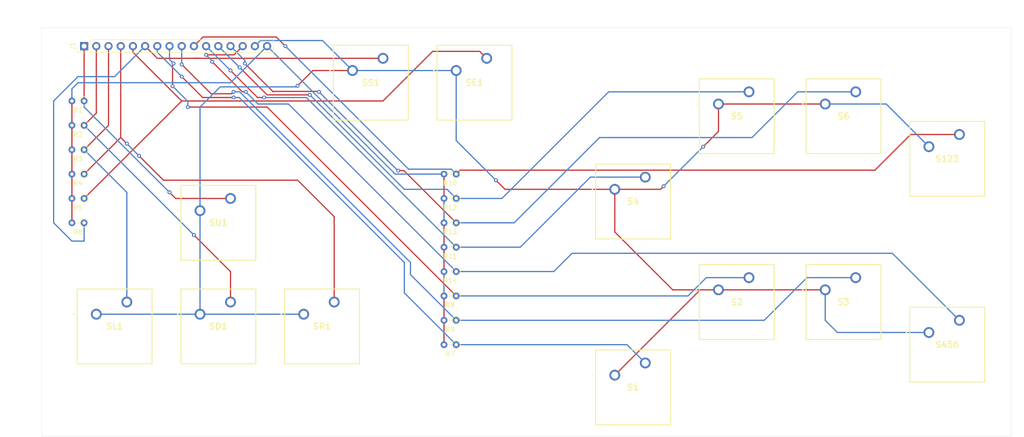
<source format=kicad_pcb>
(kicad_pcb (version 20211014) (generator pcbnew)
  (title_block (title "Fight Key PCB") (date "2021-09-22") (rev "1") (company "Dylan Turner"))
  (layers (0 "F.Cu" signal) (31 "B.Cu" signal) (34 "B.Paste" user) (35 "F.Paste" user) (36 "B.SilkS" user "B.Silkscreen") (37 "F.SilkS" user "F.Silkscreen") (38 "B.Mask" user) (39 "F.Mask" user) (44 "Edge.Cuts" user))
  (net 0 "")
  (net 1 "/GND")
  (net 2 "/VCC")
  (net 3 "/SHIFT")
  (net 4 "/ENTER")
  (net 5 "/RIGHT")
  (net 6 "/LEFT")
  (net 7 "/DOWN")
  (net 8 "/UP")
  (net 9 "/N2")
  (net 10 "/N1")
  (net 11 "/N3")
  (net 12 "/NPLUS")
  (net 13 "/N4")
  (net 14 "/N5")
  (net 15 "/N6")
  (net 16 "/NENTER")
  (footprint "Connector_PinHeader_2.54mm:PinHeader_1x16_P2.54mm_Vertical" (layer "F.Cu") (at 27.94 29.21 90)
    (fp_text reference "J1" (at 0 -2.33 90) (layer "F.SilkS"))
    (fp_text value "Conn_01x016_Male")
    (fp_line (start -1.33 1.27) (end -1.33 39.43) (layer "F.SilkS") (width 0.12))
    (fp_line (start -1.33 -1.33) (end 0 -1.33) (layer "F.SilkS") (width 0.12))
    (fp_line (start -1.33 39.43) (end 1.33 39.43) (layer "F.SilkS") (width 0.12))
    (fp_line (start -1.33 1.27) (end 1.33 1.27) (layer "F.SilkS") (width 0.12))
    (fp_line (start 1.33 1.27) (end 1.33 39.43) (layer "F.SilkS") (width 0.12))
    (fp_line (start -1.33 0) (end -1.33 -1.33) (layer "F.SilkS") (width 0.12))
    (pad "1" thru_hole rect locked (at 0 0 90) (size 1.7 1.7) (drill 1) (layers *.Cu *.Mask) (net 8 "/UP"))
    (pad "2" thru_hole oval locked (at 0 2.54 90) (size 1.7 1.7) (drill 1) (layers *.Cu *.Mask) (net 7 "/DOWN"))
    (pad "3" thru_hole oval locked (at 0 5.08 90) (size 1.7 1.7) (drill 1) (layers *.Cu *.Mask) (net 6 "/LEFT"))
    (pad "4" thru_hole oval locked (at 0 7.62 90) (size 1.7 1.7) (drill 1) (layers *.Cu *.Mask) (net 5 "/RIGHT"))
    (pad "5" thru_hole oval locked (at 0 10.16 90) (size 1.7 1.7) (drill 1) (layers *.Cu *.Mask) (net 4 "/ENTER"))
    (pad "6" thru_hole oval locked (at 0 12.7 90) (size 1.7 1.7) (drill 1) (layers *.Cu *.Mask) (net 3 "/SHIFT"))
    (pad "7" thru_hole oval locked (at 0 15.24 90) (size 1.7 1.7) (drill 1) (layers *.Cu *.Mask) (net 10 "/N1"))
    (pad "8" thru_hole oval locked (at 0 17.78 90) (size 1.7 1.7) (drill 1) (layers *.Cu *.Mask) (net 9 "/N2"))
    (pad "9" thru_hole oval locked (at 0 20.32 90) (size 1.7 1.7) (drill 1) (layers *.Cu *.Mask) (net 11 "/N3"))
    (pad "10" thru_hole oval locked (at 0 22.86 90) (size 1.7 1.7) (drill 1) (layers *.Cu *.Mask) (net 12 "/NPLUS"))
    (pad "11" thru_hole oval locked (at 0 25.4 90) (size 1.7 1.7) (drill 1) (layers *.Cu *.Mask) (net 13 "/N4"))
    (pad "12" thru_hole oval locked (at 0 27.94 90) (size 1.7 1.7) (drill 1) (layers *.Cu *.Mask) (net 14 "/N5"))
    (pad "13" thru_hole oval locked (at 0 30.48 90) (size 1.7 1.7) (drill 1) (layers *.Cu *.Mask) (net 15 "/N6"))
    (pad "14" thru_hole oval locked (at 0 33.02 90) (size 1.7 1.7) (drill 1) (layers *.Cu *.Mask) (net 16 "/NENTER"))
    (pad "15" thru_hole oval locked (at 0 35.56 90) (size 1.7 1.7) (drill 1) (layers *.Cu *.Mask) (net 2 "/VCC"))
    (pad "16" thru_hole oval locked (at 0 38.1 90) (size 1.7 1.7) (drill 1) (layers *.Cu *.Mask) (net 1 "/GND"))
  )
  (footprint "Resistor_THT:R_Axial_DIN0204_L3.6mm_D1.6mm_P2.54mm_Vertical" (layer "F.Cu") (at 27.94 40.64 180)
    (fp_text reference "R1" (at 1.27 -1.92) (layer "F.SilkS"))
    (fp_text value "R")
    (fp_line (start 0.92 0) (end 1.54 0) (layer "F.SilkS") (width 0.12))
    (fp_circle (center 0 0) (end 0.92 0) (layer "F.SilkS") (width 0.12) (fill none))
    (pad "1" thru_hole circle locked (at 0 0 180) (size 1.4 1.4) (drill 0.7) (layers *.Cu *.Mask) (net 8 "/UP"))
    (pad "2" thru_hole oval locked (at 2.54 0 180) (size 1.4 1.4) (drill 0.7) (layers *.Cu *.Mask) (net 1 "/GND"))
  )
  (footprint "Resistor_THT:R_Axial_DIN0204_L3.6mm_D1.6mm_P2.54mm_Vertical" (layer "F.Cu") (at 27.94 45.72 180)
    (fp_text reference "R2" (at 1.27 -1.92) (layer "F.SilkS"))
    (fp_text value "R")
    (fp_line (start 0.92 0) (end 1.54 0) (layer "F.SilkS") (width 0.12))
    (fp_circle (center 0 0) (end 0.92 0) (layer "F.SilkS") (width 0.12) (fill none))
    (pad "1" thru_hole circle locked (at 0 0 180) (size 1.4 1.4) (drill 0.7) (layers *.Cu *.Mask) (net 7 "/DOWN"))
    (pad "2" thru_hole oval locked (at 2.54 0 180) (size 1.4 1.4) (drill 0.7) (layers *.Cu *.Mask) (net 1 "/GND"))
  )
  (footprint "Resistor_THT:R_Axial_DIN0204_L3.6mm_D1.6mm_P2.54mm_Vertical" (layer "F.Cu") (at 27.94 50.8 180)
    (fp_text reference "R3" (at 1.27 -1.92) (layer "F.SilkS"))
    (fp_text value "R")
    (fp_line (start 0.92 0) (end 1.54 0) (layer "F.SilkS") (width 0.12))
    (fp_circle (center 0 0) (end 0.92 0) (layer "F.SilkS") (width 0.12) (fill none))
    (pad "1" thru_hole circle locked (at 0 0 180) (size 1.4 1.4) (drill 0.7) (layers *.Cu *.Mask) (net 6 "/LEFT"))
    (pad "2" thru_hole oval locked (at 2.54 0 180) (size 1.4 1.4) (drill 0.7) (layers *.Cu *.Mask) (net 1 "/GND"))
  )
  (footprint "Resistor_THT:R_Axial_DIN0204_L3.6mm_D1.6mm_P2.54mm_Vertical" (layer "F.Cu") (at 27.94 55.88 180)
    (fp_text reference "R4" (at 1.27 -1.92) (layer "F.SilkS"))
    (fp_text value "R")
    (fp_line (start 0.92 0) (end 1.54 0) (layer "F.SilkS") (width 0.12))
    (fp_circle (center 0 0) (end 0.92 0) (layer "F.SilkS") (width 0.12) (fill none))
    (pad "1" thru_hole circle locked (at 0 0 180) (size 1.4 1.4) (drill 0.7) (layers *.Cu *.Mask) (net 5 "/RIGHT"))
    (pad "2" thru_hole oval locked (at 2.54 0 180) (size 1.4 1.4) (drill 0.7) (layers *.Cu *.Mask) (net 1 "/GND"))
  )
  (footprint "Resistor_THT:R_Axial_DIN0204_L3.6mm_D1.6mm_P2.54mm_Vertical" (layer "F.Cu") (at 27.94 60.96 180)
    (fp_text reference "R5" (at 1.27 -1.92) (layer "F.SilkS"))
    (fp_text value "R")
    (fp_line (start 0.92 0) (end 1.54 0) (layer "F.SilkS") (width 0.12))
    (fp_circle (center 0 0) (end 0.92 0) (layer "F.SilkS") (width 0.12) (fill none))
    (pad "1" thru_hole circle locked (at 0 0 180) (size 1.4 1.4) (drill 0.7) (layers *.Cu *.Mask) (net 4 "/ENTER"))
    (pad "2" thru_hole oval locked (at 2.54 0 180) (size 1.4 1.4) (drill 0.7) (layers *.Cu *.Mask) (net 1 "/GND"))
  )
  (footprint "Resistor_THT:R_Axial_DIN0204_L3.6mm_D1.6mm_P2.54mm_Vertical" (layer "F.Cu") (at 27.94 66.04 180)
    (fp_text reference "R6" (at 1.27 -1.92) (layer "F.SilkS"))
    (fp_text value "R")
    (fp_line (start 0.92 0) (end 1.54 0) (layer "F.SilkS") (width 0.12))
    (fp_circle (center 0 0) (end 0.92 0) (layer "F.SilkS") (width 0.12) (fill none))
    (pad "1" thru_hole circle locked (at 0 0 180) (size 1.4 1.4) (drill 0.7) (layers *.Cu *.Mask) (net 3 "/SHIFT"))
    (pad "2" thru_hole oval locked (at 2.54 0 180) (size 1.4 1.4) (drill 0.7) (layers *.Cu *.Mask) (net 1 "/GND"))
  )
  (footprint "ECAD:MX1AE1NW" (layer "F.Cu") (at 52.07 85.09)
    (fp_text reference "SD1" (at 3.81 2.54) (layer "F.SilkS") (effects (font (size 1.27 1.27) (thickness 0.254))))
    (fp_text value "MX1A-E1NW" hide)
    (fp_line (start 11.61 10.34) (end 11.61 -5.26) (layer "F.SilkS") (width 0.2))
    (fp_line (start -3.99 10.34) (end 11.61 10.34) (layer "F.SilkS") (width 0.2))
    (fp_line (start -4.7 0) (end -4.7 0) (layer "F.SilkS") (width 0.2))
    (fp_line (start -4.6 0) (end -4.6 0) (layer "F.SilkS") (width 0.2))
    (fp_line (start -3.99 -5.26) (end -3.99 10.34) (layer "F.SilkS") (width 0.2))
    (fp_line (start 11.61 -5.26) (end -3.99 -5.26) (layer "F.SilkS") (width 0.2))
    (fp_line (start -4.7 0) (end -4.7 0) (layer "F.SilkS") (width 0.2))
    (fp_arc (start -4.6 0) (mid -4.65 0.05) (end -4.7 0) (layer "F.SilkS") (width 0.2))
    (fp_arc (start -4.7 0) (mid -4.65 -0.05) (end -4.6 0) (layer "F.SilkS") (width 0.2))
    (fp_arc (start -4.6 0) (mid -4.65 0.05) (end -4.7 0) (layer "F.SilkS") (width 0.2))
    (pad "" np_thru_hole circle locked (at 3.81 2.54) (size 3.9878 0) (drill 3.9878) (layers *.Cu *.Mask))
    (pad "1" thru_hole circle locked (at 0 0) (size 2.248 2.248) (drill 1.4986) (layers *.Cu *.Mask) (net 2 "/VCC"))
    (pad "2" thru_hole circle locked (at 6.35 -2.54) (size 2.248 2.248) (drill 1.4986) (layers *.Cu *.Mask) (net 7 "/DOWN"))
  )
  (footprint "ECAD:MX1AE1NW" (layer "F.Cu") (at 105.41 34.29)
    (fp_text reference "SE1" (at 3.81 2.54) (layer "F.SilkS") (effects (font (size 1.27 1.27) (thickness 0.254))))
    (fp_text value "MX1A-E1NW" hide)
    (fp_line (start -4.7 0) (end -4.7 0) (layer "F.SilkS") (width 0.2))
    (fp_line (start -4.7 0) (end -4.7 0) (layer "F.SilkS") (width 0.2))
    (fp_line (start -3.99 10.34) (end 11.61 10.34) (layer "F.SilkS") (width 0.2))
    (fp_line (start 11.61 10.34) (end 11.61 -5.26) (layer "F.SilkS") (width 0.2))
    (fp_line (start -3.99 -5.26) (end -3.99 10.34) (layer "F.SilkS") (width 0.2))
    (fp_line (start 11.61 -5.26) (end -3.99 -5.26) (layer "F.SilkS") (width 0.2))
    (fp_line (start -4.6 0) (end -4.6 0) (layer "F.SilkS") (width 0.2))
    (fp_arc (start -4.7 0) (mid -4.65 -0.05) (end -4.6 0) (layer "F.SilkS") (width 0.2))
    (fp_arc (start -4.6 0) (mid -4.65 0.05) (end -4.7 0) (layer "F.SilkS") (width 0.2))
    (fp_arc (start -4.6 0) (mid -4.65 0.05) (end -4.7 0) (layer "F.SilkS") (width 0.2))
    (pad "" np_thru_hole circle locked (at 3.81 2.54) (size 3.9878 0) (drill 3.9878) (layers *.Cu *.Mask))
    (pad "1" thru_hole circle locked (at 0 0) (size 2.248 2.248) (drill 1.4986) (layers *.Cu *.Mask) (net 2 "/VCC"))
    (pad "2" thru_hole circle locked (at 6.35 -2.54) (size 2.248 2.248) (drill 1.4986) (layers *.Cu *.Mask) (net 4 "/ENTER"))
  )
  (footprint "ECAD:MX1AE1NW" (layer "F.Cu") (at 30.48 85.09)
    (fp_text reference "SL1" (at 3.81 2.54) (layer "F.SilkS") (effects (font (size 1.27 1.27) (thickness 0.254))))
    (fp_text value "MX1A-E1NW" hide)
    (fp_line (start 11.61 10.34) (end 11.61 -5.26) (layer "F.SilkS") (width 0.2))
    (fp_line (start -4.6 0) (end -4.6 0) (layer "F.SilkS") (width 0.2))
    (fp_line (start -3.99 10.34) (end 11.61 10.34) (layer "F.SilkS") (width 0.2))
    (fp_line (start -4.7 0) (end -4.7 0) (layer "F.SilkS") (width 0.2))
    (fp_line (start -3.99 -5.26) (end -3.99 10.34) (layer "F.SilkS") (width 0.2))
    (fp_line (start -4.7 0) (end -4.7 0) (layer "F.SilkS") (width 0.2))
    (fp_line (start 11.61 -5.26) (end -3.99 -5.26) (layer "F.SilkS") (width 0.2))
    (fp_arc (start -4.6 0) (mid -4.65 0.05) (end -4.7 0) (layer "F.SilkS") (width 0.2))
    (fp_arc (start -4.7 0) (mid -4.65 -0.05) (end -4.6 0) (layer "F.SilkS") (width 0.2))
    (fp_arc (start -4.6 0) (mid -4.65 0.05) (end -4.7 0) (layer "F.SilkS") (width 0.2))
    (pad "" np_thru_hole circle locked (at 3.81 2.54) (size 3.9878 0) (drill 3.9878) (layers *.Cu *.Mask))
    (pad "1" thru_hole circle locked (at 0 0) (size 2.248 2.248) (drill 1.4986) (layers *.Cu *.Mask) (net 2 "/VCC"))
    (pad "2" thru_hole circle locked (at 6.35 -2.54) (size 2.248 2.248) (drill 1.4986) (layers *.Cu *.Mask) (net 6 "/LEFT"))
  )
  (footprint "ECAD:MX1AE1NW" (layer "F.Cu") (at 73.66 85.09)
    (fp_text reference "SR1" (at 3.81 2.54) (layer "F.SilkS") (effects (font (size 1.27 1.27) (thickness 0.254))))
    (fp_text value "MX1A-E1NW" hide)
    (fp_line (start 11.61 -5.26) (end -3.99 -5.26) (layer "F.SilkS") (width 0.2))
    (fp_line (start -3.99 -5.26) (end -3.99 10.34) (layer "F.SilkS") (width 0.2))
    (fp_line (start -4.6 0) (end -4.6 0) (layer "F.SilkS") (width 0.2))
    (fp_line (start -4.7 0) (end -4.7 0) (layer "F.SilkS") (width 0.2))
    (fp_line (start -4.7 0) (end -4.7 0) (layer "F.SilkS") (width 0.2))
    (fp_line (start -3.99 10.34) (end 11.61 10.34) (layer "F.SilkS") (width 0.2))
    (fp_line (start 11.61 10.34) (end 11.61 -5.26) (layer "F.SilkS") (width 0.2))
    (fp_arc (start -4.6 0) (mid -4.65 0.05) (end -4.7 0) (layer "F.SilkS") (width 0.2))
    (fp_arc (start -4.7 0) (mid -4.65 -0.05) (end -4.6 0) (layer "F.SilkS") (width 0.2))
    (fp_arc (start -4.6 0) (mid -4.65 0.05) (end -4.7 0) (layer "F.SilkS") (width 0.2))
    (pad "" np_thru_hole circle locked (at 3.81 2.54) (size 3.9878 0) (drill 3.9878) (layers *.Cu *.Mask))
    (pad "1" thru_hole circle locked (at 0 0) (size 2.248 2.248) (drill 1.4986) (layers *.Cu *.Mask) (net 2 "/VCC"))
    (pad "2" thru_hole circle locked (at 6.35 -2.54) (size 2.248 2.248) (drill 1.4986) (layers *.Cu *.Mask) (net 5 "/RIGHT"))
  )
  (footprint "ECAD:MX1AE1NW" (layer "F.Cu") (at 83.82 34.29)
    (fp_text reference "SS1" (at 3.81 2.54) (layer "F.SilkS") (effects (font (size 1.27 1.27) (thickness 0.254))))
    (fp_text value "MX1A-E1NW" hide)
    (fp_line (start -4.6 0) (end -4.6 0) (layer "F.SilkS") (width 0.2))
    (fp_line (start 11.61 -5.26) (end -3.99 -5.26) (layer "F.SilkS") (width 0.2))
    (fp_line (start -3.99 10.34) (end 11.61 10.34) (layer "F.SilkS") (width 0.2))
    (fp_line (start 11.61 10.34) (end 11.61 -5.26) (layer "F.SilkS") (width 0.2))
    (fp_line (start -4.7 0) (end -4.7 0) (layer "F.SilkS") (width 0.2))
    (fp_line (start -4.7 0) (end -4.7 0) (layer "F.SilkS") (width 0.2))
    (fp_line (start -3.99 -5.26) (end -3.99 10.34) (layer "F.SilkS") (width 0.2))
    (fp_arc (start -4.6 0) (mid -4.65 0.05) (end -4.7 0) (layer "F.SilkS") (width 0.2))
    (fp_arc (start -4.6 0) (mid -4.65 0.05) (end -4.7 0) (layer "F.SilkS") (width 0.2))
    (fp_arc (start -4.7 0) (mid -4.65 -0.05) (end -4.6 0) (layer "F.SilkS") (width 0.2))
    (pad "" np_thru_hole circle locked (at 3.81 2.54) (size 3.9878 0) (drill 3.9878) (layers *.Cu *.Mask))
    (pad "1" thru_hole circle locked (at 0 0) (size 2.248 2.248) (drill 1.4986) (layers *.Cu *.Mask) (net 2 "/VCC"))
    (pad "2" thru_hole circle locked (at 6.35 -2.54) (size 2.248 2.248) (drill 1.4986) (layers *.Cu *.Mask) (net 3 "/SHIFT"))
  )
  (footprint "ECAD:MX1AE1NW" (layer "F.Cu") (at 52.07 63.5)
    (fp_text reference "SU1" (at 3.81 2.54) (layer "F.SilkS") (effects (font (size 1.27 1.27) (thickness 0.254))))
    (fp_text value "MX1A-E1NW" hide)
    (fp_line (start 11.61 -5.26) (end -3.99 -5.26) (layer "F.SilkS") (width 0.2))
    (fp_line (start -3.99 -5.26) (end -3.99 10.34) (layer "F.SilkS") (width 0.2))
    (fp_line (start -3.99 10.34) (end 11.61 10.34) (layer "F.SilkS") (width 0.2))
    (fp_line (start -4.7 0) (end -4.7 0) (layer "F.SilkS") (width 0.2))
    (fp_line (start -4.7 0) (end -4.7 0) (layer "F.SilkS") (width 0.2))
    (fp_line (start 11.61 10.34) (end 11.61 -5.26) (layer "F.SilkS") (width 0.2))
    (fp_line (start -4.6 0) (end -4.6 0) (layer "F.SilkS") (width 0.2))
    (fp_arc (start -4.7 0) (mid -4.65 -0.05) (end -4.6 0) (layer "F.SilkS") (width 0.2))
    (fp_arc (start -4.6 0) (mid -4.65 0.05) (end -4.7 0) (layer "F.SilkS") (width 0.2))
    (fp_arc (start -4.6 0) (mid -4.65 0.05) (end -4.7 0) (layer "F.SilkS") (width 0.2))
    (pad "" np_thru_hole circle locked (at 3.81 2.54) (size 3.9878 0) (drill 3.9878) (layers *.Cu *.Mask))
    (pad "1" thru_hole circle locked (at 0 0) (size 2.248 2.248) (drill 1.4986) (layers *.Cu *.Mask) (net 2 "/VCC"))
    (pad "2" thru_hole circle locked (at 6.35 -2.54) (size 2.248 2.248) (drill 1.4986) (layers *.Cu *.Mask) (net 8 "/UP"))
  )
  (footprint "Resistor_THT:R_Axial_DIN0204_L3.6mm_D1.6mm_P2.54mm_Vertical" (layer "F.Cu") (at 105.41 91.44 180)
    (fp_text reference "R7" (at 1.27 -1.92) (layer "F.SilkS"))
    (fp_text value "R")
    (fp_line (start 0.92 0) (end 1.54 0) (layer "F.SilkS") (width 0.12))
    (fp_circle (center 0 0) (end 0.92 0) (layer "F.SilkS") (width 0.12) (fill none))
    (pad "1" thru_hole circle locked (at 0 0 180) (size 1.4 1.4) (drill 0.7) (layers *.Cu *.Mask) (net 10 "/N1"))
    (pad "2" thru_hole oval locked (at 2.54 0 180) (size 1.4 1.4) (drill 0.7) (layers *.Cu *.Mask) (net 1 "/GND"))
  )
  (footprint "Resistor_THT:R_Axial_DIN0204_L3.6mm_D1.6mm_P2.54mm_Vertical" (layer "F.Cu") (at 105.41 81.28 180)
    (fp_text reference "R8" (at 1.27 -1.92) (layer "F.SilkS"))
    (fp_text value "R")
    (fp_line (start 0.92 0) (end 1.54 0) (layer "F.SilkS") (width 0.12))
    (fp_circle (center 0 0) (end 0.92 0) (layer "F.SilkS") (width 0.12) (fill none))
    (pad "1" thru_hole circle locked (at 0 0 180) (size 1.4 1.4) (drill 0.7) (layers *.Cu *.Mask) (net 9 "/N2"))
    (pad "2" thru_hole oval locked (at 2.54 0 180) (size 1.4 1.4) (drill 0.7) (layers *.Cu *.Mask) (net 1 "/GND"))
  )
  (footprint "Resistor_THT:R_Axial_DIN0204_L3.6mm_D1.6mm_P2.54mm_Vertical" (layer "F.Cu") (at 105.41 86.36 180)
    (fp_text reference "R9" (at 1.27 -1.92) (layer "F.SilkS"))
    (fp_text value "R")
    (fp_line (start 0.92 0) (end 1.54 0) (layer "F.SilkS") (width 0.12))
    (fp_circle (center 0 0) (end 0.92 0) (layer "F.SilkS") (width 0.12) (fill none))
    (pad "1" thru_hole circle locked (at 0 0 180) (size 1.4 1.4) (drill 0.7) (layers *.Cu *.Mask) (net 11 "/N3"))
    (pad "2" thru_hole oval locked (at 2.54 0 180) (size 1.4 1.4) (drill 0.7) (layers *.Cu *.Mask) (net 1 "/GND"))
  )
  (footprint "Resistor_THT:R_Axial_DIN0204_L3.6mm_D1.6mm_P2.54mm_Vertical" (layer "F.Cu") (at 105.41 55.88 180)
    (fp_text reference "R10" (at 1.27 -1.92) (layer "F.SilkS"))
    (fp_text value "R")
    (fp_line (start 0.92 0) (end 1.54 0) (layer "F.SilkS") (width 0.12))
    (fp_circle (center 0 0) (end 0.92 0) (layer "F.SilkS") (width 0.12) (fill none))
    (pad "1" thru_hole circle locked (at 0 0 180) (size 1.4 1.4) (drill 0.7) (layers *.Cu *.Mask) (net 12 "/NPLUS"))
    (pad "2" thru_hole oval locked (at 2.54 0 180) (size 1.4 1.4) (drill 0.7) (layers *.Cu *.Mask) (net 1 "/GND"))
  )
  (footprint "Resistor_THT:R_Axial_DIN0204_L3.6mm_D1.6mm_P2.54mm_Vertical" (layer "F.Cu") (at 105.41 71.12 180)
    (fp_text reference "R11" (at 1.27 -1.92) (layer "F.SilkS"))
    (fp_text value "R")
    (fp_line (start 0.92 0) (end 1.54 0) (layer "F.SilkS") (width 0.12))
    (fp_circle (center 0 0) (end 0.92 0) (layer "F.SilkS") (width 0.12) (fill none))
    (pad "1" thru_hole circle locked (at 0 0 180) (size 1.4 1.4) (drill 0.7) (layers *.Cu *.Mask) (net 13 "/N4"))
    (pad "2" thru_hole oval locked (at 2.54 0 180) (size 1.4 1.4) (drill 0.7) (layers *.Cu *.Mask) (net 1 "/GND"))
  )
  (footprint "Resistor_THT:R_Axial_DIN0204_L3.6mm_D1.6mm_P2.54mm_Vertical" (layer "F.Cu") (at 105.41 60.96 180)
    (fp_text reference "R12" (at 1.27 -1.92) (layer "F.SilkS"))
    (fp_text value "R")
    (fp_line (start 0.92 0) (end 1.54 0) (layer "F.SilkS") (width 0.12))
    (fp_circle (center 0 0) (end 0.92 0) (layer "F.SilkS") (width 0.12) (fill none))
    (pad "1" thru_hole circle locked (at 0 0 180) (size 1.4 1.4) (drill 0.7) (layers *.Cu *.Mask) (net 14 "/N5"))
    (pad "2" thru_hole oval locked (at 2.54 0 180) (size 1.4 1.4) (drill 0.7) (layers *.Cu *.Mask) (net 1 "/GND"))
  )
  (footprint "Resistor_THT:R_Axial_DIN0204_L3.6mm_D1.6mm_P2.54mm_Vertical" (layer "F.Cu") (at 105.41 66.04 180)
    (fp_text reference "R13" (at 1.27 -1.92) (layer "F.SilkS"))
    (fp_text value "R")
    (fp_line (start 0.92 0) (end 1.54 0) (layer "F.SilkS") (width 0.12))
    (fp_circle (center 0 0) (end 0.92 0) (layer "F.SilkS") (width 0.12) (fill none))
    (pad "1" thru_hole circle locked (at 0 0 180) (size 1.4 1.4) (drill 0.7) (layers *.Cu *.Mask) (net 15 "/N6"))
    (pad "2" thru_hole oval locked (at 2.54 0 180) (size 1.4 1.4) (drill 0.7) (layers *.Cu *.Mask) (net 1 "/GND"))
  )
  (footprint "Resistor_THT:R_Axial_DIN0204_L3.6mm_D1.6mm_P2.54mm_Vertical" (layer "F.Cu") (at 105.41 76.2 180)
    (fp_text reference "R14" (at 1.27 -1.92) (layer "F.SilkS"))
    (fp_text value "R")
    (fp_line (start 0.92 0) (end 1.54 0) (layer "F.SilkS") (width 0.12))
    (fp_circle (center 0 0) (end 0.92 0) (layer "F.SilkS") (width 0.12) (fill none))
    (pad "1" thru_hole circle locked (at 0 0 180) (size 1.4 1.4) (drill 0.7) (layers *.Cu *.Mask) (net 16 "/NENTER"))
    (pad "2" thru_hole oval locked (at 2.54 0 180) (size 1.4 1.4) (drill 0.7) (layers *.Cu *.Mask) (net 1 "/GND"))
  )
  (footprint "ECAD:MX1AE1NW" (layer "F.Cu") (at 138.43 97.79)
    (fp_text reference "S1" (at 3.81 2.54) (layer "F.SilkS") (effects (font (size 1.27 1.27) (thickness 0.254))))
    (fp_text value "MX1A-E1NW" hide)
    (fp_line (start -4.6 0) (end -4.6 0) (layer "F.SilkS") (width 0.2))
    (fp_line (start -4.7 0) (end -4.7 0) (layer "F.SilkS") (width 0.2))
    (fp_line (start 11.61 -5.26) (end -3.99 -5.26) (layer "F.SilkS") (width 0.2))
    (fp_line (start -4.7 0) (end -4.7 0) (layer "F.SilkS") (width 0.2))
    (fp_line (start -3.99 10.34) (end 11.61 10.34) (layer "F.SilkS") (width 0.2))
    (fp_line (start 11.61 10.34) (end 11.61 -5.26) (layer "F.SilkS") (width 0.2))
    (fp_line (start -3.99 -5.26) (end -3.99 10.34) (layer "F.SilkS") (width 0.2))
    (fp_arc (start -4.6 0) (mid -4.65 0.05) (end -4.7 0) (layer "F.SilkS") (width 0.2))
    (fp_arc (start -4.6 0) (mid -4.65 0.05) (end -4.7 0) (layer "F.SilkS") (width 0.2))
    (fp_arc (start -4.7 0) (mid -4.65 -0.05) (end -4.6 0) (layer "F.SilkS") (width 0.2))
    (pad "" np_thru_hole circle locked (at 3.81 2.54) (size 3.9878 0) (drill 3.9878) (layers *.Cu *.Mask))
    (pad "1" thru_hole circle locked (at 0 0) (size 2.248 2.248) (drill 1.4986) (layers *.Cu *.Mask) (net 2 "/VCC"))
    (pad "2" thru_hole circle locked (at 6.35 -2.54) (size 2.248 2.248) (drill 1.4986) (layers *.Cu *.Mask) (net 10 "/N1"))
  )
  (footprint "ECAD:MX1AE1NW" (layer "F.Cu") (at 160.02 80.01)
    (fp_text reference "S2" (at 3.81 2.54) (layer "F.SilkS") (effects (font (size 1.27 1.27) (thickness 0.254))))
    (fp_text value "MX1A-E1NW" hide)
    (fp_line (start 11.61 -5.26) (end -3.99 -5.26) (layer "F.SilkS") (width 0.2))
    (fp_line (start -4.7 0) (end -4.7 0) (layer "F.SilkS") (width 0.2))
    (fp_line (start -3.99 10.34) (end 11.61 10.34) (layer "F.SilkS") (width 0.2))
    (fp_line (start -4.7 0) (end -4.7 0) (layer "F.SilkS") (width 0.2))
    (fp_line (start 11.61 10.34) (end 11.61 -5.26) (layer "F.SilkS") (width 0.2))
    (fp_line (start -4.6 0) (end -4.6 0) (layer "F.SilkS") (width 0.2))
    (fp_line (start -3.99 -5.26) (end -3.99 10.34) (layer "F.SilkS") (width 0.2))
    (fp_arc (start -4.6 0) (mid -4.65 0.05) (end -4.7 0) (layer "F.SilkS") (width 0.2))
    (fp_arc (start -4.7 0) (mid -4.65 -0.05) (end -4.6 0) (layer "F.SilkS") (width 0.2))
    (fp_arc (start -4.6 0) (mid -4.65 0.05) (end -4.7 0) (layer "F.SilkS") (width 0.2))
    (pad "" np_thru_hole circle locked (at 3.81 2.54) (size 3.9878 0) (drill 3.9878) (layers *.Cu *.Mask))
    (pad "1" thru_hole circle locked (at 0 0) (size 2.248 2.248) (drill 1.4986) (layers *.Cu *.Mask) (net 2 "/VCC"))
    (pad "2" thru_hole circle locked (at 6.35 -2.54) (size 2.248 2.248) (drill 1.4986) (layers *.Cu *.Mask) (net 9 "/N2"))
  )
  (footprint "ECAD:MX1AE1NW" (layer "F.Cu") (at 182.245 80.01)
    (fp_text reference "S3" (at 3.81 2.54) (layer "F.SilkS") (effects (font (size 1.27 1.27) (thickness 0.254))))
    (fp_text value "MX1A-E1NW" hide)
    (fp_line (start -3.99 10.34) (end 11.61 10.34) (layer "F.SilkS") (width 0.2))
    (fp_line (start 11.61 10.34) (end 11.61 -5.26) (layer "F.SilkS") (width 0.2))
    (fp_line (start -4.6 0) (end -4.6 0) (layer "F.SilkS") (width 0.2))
    (fp_line (start -4.7 0) (end -4.7 0) (layer "F.SilkS") (width 0.2))
    (fp_line (start -4.7 0) (end -4.7 0) (layer "F.SilkS") (width 0.2))
    (fp_line (start -3.99 -5.26) (end -3.99 10.34) (layer "F.SilkS") (width 0.2))
    (fp_line (start 11.61 -5.26) (end -3.99 -5.26) (layer "F.SilkS") (width 0.2))
    (fp_arc (start -4.6 0) (mid -4.65 0.05) (end -4.7 0) (layer "F.SilkS") (width 0.2))
    (fp_arc (start -4.6 0) (mid -4.65 0.05) (end -4.7 0) (layer "F.SilkS") (width 0.2))
    (fp_arc (start -4.7 0) (mid -4.65 -0.05) (end -4.6 0) (layer "F.SilkS") (width 0.2))
    (pad "" np_thru_hole circle locked (at 3.81 2.54) (size 3.9878 0) (drill 3.9878) (layers *.Cu *.Mask))
    (pad "1" thru_hole circle locked (at 0 0) (size 2.248 2.248) (drill 1.4986) (layers *.Cu *.Mask) (net 2 "/VCC"))
    (pad "2" thru_hole circle locked (at 6.35 -2.54) (size 2.248 2.248) (drill 1.4986) (layers *.Cu *.Mask) (net 11 "/N3"))
  )
  (footprint "ECAD:MX1AE1NW" (layer "F.Cu") (at 138.43 59.055)
    (fp_text reference "S4" (at 3.81 2.54) (layer "F.SilkS") (effects (font (size 1.27 1.27) (thickness 0.254))))
    (fp_text value "MX1A-E1NW" hide)
    (fp_line (start -4.6 0) (end -4.6 0) (layer "F.SilkS") (width 0.2))
    (fp_line (start 11.61 10.34) (end 11.61 -5.26) (layer "F.SilkS") (width 0.2))
    (fp_line (start 11.61 -5.26) (end -3.99 -5.26) (layer "F.SilkS") (width 0.2))
    (fp_line (start -3.99 10.34) (end 11.61 10.34) (layer "F.SilkS") (width 0.2))
    (fp_line (start -4.7 0) (end -4.7 0) (layer "F.SilkS") (width 0.2))
    (fp_line (start -4.7 0) (end -4.7 0) (layer "F.SilkS") (width 0.2))
    (fp_line (start -3.99 -5.26) (end -3.99 10.34) (layer "F.SilkS") (width 0.2))
    (fp_arc (start -4.7 0) (mid -4.65 -0.05) (end -4.6 0) (layer "F.SilkS") (width 0.2))
    (fp_arc (start -4.6 0) (mid -4.65 0.05) (end -4.7 0) (layer "F.SilkS") (width 0.2))
    (fp_arc (start -4.6 0) (mid -4.65 0.05) (end -4.7 0) (layer "F.SilkS") (width 0.2))
    (pad "" np_thru_hole circle locked (at 3.81 2.54) (size 3.9878 0) (drill 3.9878) (layers *.Cu *.Mask))
    (pad "1" thru_hole circle locked (at 0 0) (size 2.248 2.248) (drill 1.4986) (layers *.Cu *.Mask) (net 2 "/VCC"))
    (pad "2" thru_hole circle locked (at 6.35 -2.54) (size 2.248 2.248) (drill 1.4986) (layers *.Cu *.Mask) (net 13 "/N4"))
  )
  (footprint "ECAD:MX1AE1NW" (layer "F.Cu") (at 160.02 41.275)
    (fp_text reference "S5" (at 3.81 2.54) (layer "F.SilkS") (effects (font (size 1.27 1.27) (thickness 0.254))))
    (fp_text value "MX1A-E1NW" hide)
    (fp_line (start -4.6 0) (end -4.6 0) (layer "F.SilkS") (width 0.2))
    (fp_line (start 11.61 -5.26) (end -3.99 -5.26) (layer "F.SilkS") (width 0.2))
    (fp_line (start -3.99 -5.26) (end -3.99 10.34) (layer "F.SilkS") (width 0.2))
    (fp_line (start -3.99 10.34) (end 11.61 10.34) (layer "F.SilkS") (width 0.2))
    (fp_line (start -4.7 0) (end -4.7 0) (layer "F.SilkS") (width 0.2))
    (fp_line (start -4.7 0) (end -4.7 0) (layer "F.SilkS") (width 0.2))
    (fp_line (start 11.61 10.34) (end 11.61 -5.26) (layer "F.SilkS") (width 0.2))
    (fp_arc (start -4.6 0) (mid -4.65 0.05) (end -4.7 0) (layer "F.SilkS") (width 0.2))
    (fp_arc (start -4.7 0) (mid -4.65 -0.05) (end -4.6 0) (layer "F.SilkS") (width 0.2))
    (fp_arc (start -4.6 0) (mid -4.65 0.05) (end -4.7 0) (layer "F.SilkS") (width 0.2))
    (pad "" np_thru_hole circle locked (at 3.81 2.54) (size 3.9878 0) (drill 3.9878) (layers *.Cu *.Mask))
    (pad "1" thru_hole circle locked (at 0 0) (size 2.248 2.248) (drill 1.4986) (layers *.Cu *.Mask) (net 2 "/VCC"))
    (pad "2" thru_hole circle locked (at 6.35 -2.54) (size 2.248 2.248) (drill 1.4986) (layers *.Cu *.Mask) (net 14 "/N5"))
  )
  (footprint "ECAD:MX1AE1NW" (layer "F.Cu") (at 182.245 41.275)
    (fp_text reference "S6" (at 3.81 2.54) (layer "F.SilkS") (effects (font (size 1.27 1.27) (thickness 0.254))))
    (fp_text value "MX1A-E1NW" hide)
    (fp_line (start 11.61 -5.26) (end -3.99 -5.26) (layer "F.SilkS") (width 0.2))
    (fp_line (start -4.7 0) (end -4.7 0) (layer "F.SilkS") (width 0.2))
    (fp_line (start 11.61 10.34) (end 11.61 -5.26) (layer "F.SilkS") (width 0.2))
    (fp_line (start -3.99 -5.26) (end -3.99 10.34) (layer "F.SilkS") (width 0.2))
    (fp_line (start -4.6 0) (end -4.6 0) (layer "F.SilkS") (width 0.2))
    (fp_line (start -4.7 0) (end -4.7 0) (layer "F.SilkS") (width 0.2))
    (fp_line (start -3.99 10.34) (end 11.61 10.34) (layer "F.SilkS") (width 0.2))
    (fp_arc (start -4.6 0) (mid -4.65 0.05) (end -4.7 0) (layer "F.SilkS") (width 0.2))
    (fp_arc (start -4.6 0) (mid -4.65 0.05) (end -4.7 0) (layer "F.SilkS") (width 0.2))
    (fp_arc (start -4.7 0) (mid -4.65 -0.05) (end -4.6 0) (layer "F.SilkS") (width 0.2))
    (pad "" np_thru_hole circle locked (at 3.81 2.54) (size 3.9878 0) (drill 3.9878) (layers *.Cu *.Mask))
    (pad "1" thru_hole circle locked (at 0 0) (size 2.248 2.248) (drill 1.4986) (layers *.Cu *.Mask) (net 2 "/VCC"))
    (pad "2" thru_hole circle locked (at 6.35 -2.54) (size 2.248 2.248) (drill 1.4986) (layers *.Cu *.Mask) (net 15 "/N6"))
  )
  (footprint "ECAD:MX1AE1NW" (layer "F.Cu") (at 203.835 50.165)
    (fp_text reference "S123" (at 3.81 2.54) (layer "F.SilkS") (effects (font (size 1.27 1.27) (thickness 0.254))))
    (fp_text value "MX1A-E1NW" hide)
    (fp_line (start -4.7 0) (end -4.7 0) (layer "F.SilkS") (width 0.2))
    (fp_line (start 11.61 -5.26) (end -3.99 -5.26) (layer "F.SilkS") (width 0.2))
    (fp_line (start 11.61 10.34) (end 11.61 -5.26) (layer "F.SilkS") (width 0.2))
    (fp_line (start -3.99 10.34) (end 11.61 10.34) (layer "F.SilkS") (width 0.2))
    (fp_line (start -4.6 0) (end -4.6 0) (layer "F.SilkS") (width 0.2))
    (fp_line (start -4.7 0) (end -4.7 0) (layer "F.SilkS") (width 0.2))
    (fp_line (start -3.99 -5.26) (end -3.99 10.34) (layer "F.SilkS") (width 0.2))
    (fp_arc (start -4.7 0) (mid -4.65 -0.05) (end -4.6 0) (layer "F.SilkS") (width 0.2))
    (fp_arc (start -4.6 0) (mid -4.65 0.05) (end -4.7 0) (layer "F.SilkS") (width 0.2))
    (fp_arc (start -4.6 0) (mid -4.65 0.05) (end -4.7 0) (layer "F.SilkS") (width 0.2))
    (pad "" np_thru_hole circle locked (at 3.81 2.54) (size 3.9878 0) (drill 3.9878) (layers *.Cu *.Mask))
    (pad "1" thru_hole circle locked (at 0 0) (size 2.248 2.248) (drill 1.4986) (layers *.Cu *.Mask) (net 2 "/VCC"))
    (pad "2" thru_hole circle locked (at 6.35 -2.54) (size 2.248 2.248) (drill 1.4986) (layers *.Cu *.Mask) (net 12 "/NPLUS"))
  )
  (footprint "ECAD:MX1AE1NW" (layer "F.Cu") (at 203.835 88.9)
    (fp_text reference "S456" (at 3.81 2.54) (layer "F.SilkS") (effects (font (size 1.27 1.27) (thickness 0.254))))
    (fp_text value "MX1A-E1NW" hide)
    (fp_line (start -3.99 10.34) (end 11.61 10.34) (layer "F.SilkS") (width 0.2))
    (fp_line (start -4.7 0) (end -4.7 0) (layer "F.SilkS") (width 0.2))
    (fp_line (start -3.99 -5.26) (end -3.99 10.34) (layer "F.SilkS") (width 0.2))
    (fp_line (start -4.6 0) (end -4.6 0) (layer "F.SilkS") (width 0.2))
    (fp_line (start -4.7 0) (end -4.7 0) (layer "F.SilkS") (width 0.2))
    (fp_line (start 11.61 10.34) (end 11.61 -5.26) (layer "F.SilkS") (width 0.2))
    (fp_line (start 11.61 -5.26) (end -3.99 -5.26) (layer "F.SilkS") (width 0.2))
    (fp_arc (start -4.6 0) (mid -4.65 0.05) (end -4.7 0) (layer "F.SilkS") (width 0.2))
    (fp_arc (start -4.6 0) (mid -4.65 0.05) (end -4.7 0) (layer "F.SilkS") (width 0.2))
    (fp_arc (start -4.7 0) (mid -4.65 -0.05) (end -4.6 0) (layer "F.SilkS") (width 0.2))
    (pad "" np_thru_hole circle locked (at 3.81 2.54) (size 3.9878 0) (drill 3.9878) (layers *.Cu *.Mask))
    (pad "1" thru_hole circle locked (at 0 0) (size 2.248 2.248) (drill 1.4986) (layers *.Cu *.Mask) (net 2 "/VCC"))
    (pad "2" thru_hole circle locked (at 6.35 -2.54) (size 2.248 2.248) (drill 1.4986) (layers *.Cu *.Mask) (net 16 "/NENTER"))
  )
  (gr_line (start 19.05 110.49) (end 19.05 97.79) (layer "Edge.Cuts") (width 0.05))
  (gr_line (start 220.98 109.22) (end 220.98 110.49) (layer "Edge.Cuts") (width 0.05))
  (gr_line (start 220.98 110.49) (end 19.05 110.49) (layer "Edge.Cuts") (width 0.05))
  (gr_line (start 220.98 25.4) (end 220.98 109.22) (layer "Edge.Cuts") (width 0.05))
  (gr_line (start 19.05 97.79) (end 19.05 25.4) (layer "Edge.Cuts") (width 0.05))
  (gr_line (start 19.05 25.4) (end 220.98 25.4) (layer "Edge.Cuts") (width 0.05))
  (segment (start 25.4 50.8) (end 25.4 45.72) (width 0.25) (layer "F.Cu") (net 1))
  (segment (start 25.4 40.64) (end 25.4 45.72) (width 0.25) (layer "F.Cu") (net 1))
  (segment (start 102.87 76.2) (end 102.87 71.12) (width 0.25) (layer "F.Cu") (net 1))
  (segment (start 102.87 60.96) (end 102.87 55.88) (width 0.25) (layer "F.Cu") (net 1))
  (segment (start 25.4 55.88) (end 25.4 60.96) (width 0.25) (layer "F.Cu") (net 1))
  (segment (start 102.87 81.28) (end 102.87 86.36) (width 0.25) (layer "F.Cu") (net 1))
  (segment (start 25.4 50.8) (end 25.4 55.88) (width 0.25) (layer "F.Cu") (net 1))
  (segment (start 102.87 71.12) (end 102.87 66.04) (width 0.25) (layer "F.Cu") (net 1))
  (segment (start 102.87 86.36) (end 102.87 91.44) (width 0.25) (layer "F.Cu") (net 1))
  (segment (start 25.4 60.96) (end 25.4 66.04) (width 0.25) (layer "F.Cu") (net 1))
  (segment (start 102.87 55.88) (end 92.71 55.88) (width 0.25) (layer "B.Cu") (net 1))
  (segment (start 25.4 38.1) (end 26.67 36.83) (width 0.25) (layer "B.Cu") (net 1))
  (segment (start 102.87 66.04) (end 102.87 60.96) (width 0.25) (layer "B.Cu") (net 1))
  (segment (start 58.42 36.83) (end 66.04 29.21) (width 0.25) (layer "B.Cu") (net 1))
  (segment (start 25.4 40.64) (end 25.4 38.1) (width 0.25) (layer "B.Cu") (net 1))
  (segment (start 26.67 36.83) (end 58.42 36.83) (width 0.25) (layer "B.Cu") (net 1))
  (segment (start 102.87 76.2) (end 102.87 81.28) (width 0.25) (layer "B.Cu") (net 1))
  (segment (start 92.71 55.88) (end 66.04 29.21) (width 0.25) (layer "B.Cu") (net 1))
  (segment (start 138.43 59.055) (end 147.955 59.055) (width 0.25) (layer "F.Cu") (net 2))
  (segment (start 160.02 80.01) (end 156.21 80.01) (width 0.25) (layer "F.Cu") (net 2))
  (segment (start 160.02 41.275) (end 182.245 41.275) (width 0.25) (layer "F.Cu") (net 2))
  (segment (start 115.57 59.055) (end 113.665 57.15) (width 0.25) (layer "F.Cu") (net 2))
  (segment (start 147.955 59.055) (end 148.59 58.42) (width 0.25) (layer "F.Cu") (net 2))
  (segment (start 156.21 80.01) (end 150.495 80.01) (width 0.25) (layer "F.Cu") (net 2))
  (segment (start 138.43 67.945) (end 138.43 59.055) (width 0.25) (layer "F.Cu") (net 2))
  (segment (start 182.245 80.01) (end 160.02 80.01) (width 0.25) (layer "F.Cu") (net 2))
  (segment (start 156.845 50.165) (end 160.02 46.99) (width 0.25) (layer "F.Cu") (net 2))
  (segment (start 150.495 80.01) (end 138.43 67.945) (width 0.25) (layer "F.Cu") (net 2))
  (segment (start 156.21 80.01) (end 138.43 97.79) (width 0.25) (layer "F.Cu") (net 2))
  (segment (start 72.39 37.465) (end 75.565 34.29) (width 0.25) (layer "F.Cu") (net 2))
  (segment (start 160.02 46.99) (end 160.02 41.275) (width 0.25) (layer "F.Cu") (net 2))
  (segment (start 75.565 34.29) (end 83.82 34.29) (width 0.25) (layer "F.Cu") (net 2))
  (segment (start 138.43 59.055) (end 115.57 59.055) (width 0.25) (layer "F.Cu") (net 2))
  (via (at 148.59 58.42) (size 0.8) (drill 0.4) (layers "F.Cu" "B.Cu") (net 2))
  (via (at 72.39 37.465) (size 0.8) (drill 0.4) (layers "F.Cu" "B.Cu") (net 2))
  (via (at 156.845 50.165) (size 0.8) (drill 0.4) (layers "F.Cu" "B.Cu") (net 2))
  (via (at 113.665 57.15) (size 0.8) (drill 0.4) (layers "F.Cu" "B.Cu") (net 2))
  (segment (start 182.245 41.275) (end 194.945 41.275) (width 0.25) (layer "B.Cu") (net 2))
  (segment (start 184.785 88.9) (end 182.245 86.36) (width 0.25) (layer "B.Cu") (net 2))
  (segment (start 52.07 85.09) (end 52.07 63.5) (width 0.25) (layer "B.Cu") (net 2))
  (segment (start 203.835 88.9) (end 184.785 88.9) (width 0.25) (layer "B.Cu") (net 2))
  (segment (start 182.245 86.36) (end 182.245 80.01) (width 0.25) (layer "B.Cu") (net 2))
  (segment (start 52.07 85.09) (end 73.66 85.09) (width 0.25) (layer "B.Cu") (net 2))
  (segment (start 194.945 41.275) (end 203.835 50.165) (width 0.25) (layer "B.Cu") (net 2))
  (segment (start 77.564999 28.034999) (end 83.82 34.29) (width 0.25) (layer "B.Cu") (net 2))
  (segment (start 55.88 38.1) (end 56.279999 37.700001) (width 0.25) (layer "B.Cu") (net 2))
  (segment (start 72.154999 37.700001) (end 72.39 37.465) (width 0.25) (layer "B.Cu") (net 2))
  (segment (start 52.07 41.91) (end 55.88 38.1) (width 0.25) (layer "B.Cu") (net 2))
  (segment (start 64.675001 28.034999) (end 77.564999 28.034999) (width 0.25) (layer "B.Cu") (net 2))
  (segment (start 83.82 34.29) (end 105.41 34.29) (width 0.25) (layer "B.Cu") (net 2))
  (segment (start 63.5 29.21) (end 64.675001 28.034999) (width 0.25) (layer "B.Cu") (net 2))
  (segment (start 113.665 57.15) (end 105.41 48.895) (width 0.25) (layer "B.Cu") (net 2))
  (segment (start 56.279999 37.700001) (end 72.154999 37.700001) (width 0.25) (layer "B.Cu") (net 2))
  (segment (start 30.48 85.09) (end 52.07 85.09) (width 0.25) (layer "B.Cu") (net 2))
  (segment (start 52.07 63.5) (end 52.07 41.91) (width 0.25) (layer "B.Cu") (net 2))
  (segment (start 105.41 48.895) (end 105.41 34.29) (width 0.25) (layer "B.Cu") (net 2))
  (segment (start 148.59 58.42) (end 156.845 50.165) (width 0.25) (layer "B.Cu") (net 2))
  (segment (start 52.07 31.75) (end 50.8 31.75) (width 0.25) (layer "F.Cu") (net 3))
  (segment (start 43.18 31.75) (end 40.64 29.21) (width 0.25) (layer "F.Cu") (net 3))
  (segment (start 52.07 31.75) (end 43.18 31.75) (width 0.25) (layer "F.Cu") (net 3))
  (segment (start 90.17 31.75) (end 52.07 31.75) (width 0.25) (layer "F.Cu") (net 3))
  (segment (start 21.59 66.04) (end 25.4 69.85) (width 0.25) (layer "B.Cu") (net 3))
  (segment (start 27.94 69.85) (end 27.94 66.04) (width 0.25) (layer "B.Cu") (net 3))
  (segment (start 40.64 29.21) (end 34.29 35.56) (width 0.25) (layer "B.Cu") (net 3))
  (segment (start 26.67 35.56) (end 21.59 40.64) (width 0.25) (layer "B.Cu") (net 3))
  (segment (start 25.4 69.85) (end 27.94 69.85) (width 0.25) (layer "B.Cu") (net 3))
  (segment (start 21.59 40.64) (end 21.59 66.04) (width 0.25) (layer "B.Cu") (net 3))
  (segment (start 34.29 35.56) (end 26.67 35.56) (width 0.25) (layer "B.Cu") (net 3))
  (segment (start 100.509001 30.300999) (end 110.310999 30.300999) (width 0.25) (layer "F.Cu") (net 4))
  (segment (start 110.310999 30.300999) (end 111.76 31.75) (width 0.25) (layer "F.Cu") (net 4))
  (segment (start 90.17 40.64) (end 100.509001 30.300999) (width 0.25) (layer "F.Cu") (net 4))
  (segment (start 27.94 60.96) (end 48.26 40.64) (width 0.25) (layer "F.Cu") (net 4))
  (segment (start 48.26 40.64) (end 90.17 40.64) (width 0.25) (layer "F.Cu") (net 4))
  (segment (start 38.1 30.48) (end 38.1 29.21) (width 0.25) (layer "F.Cu") (net 4))
  (segment (start 48.26 40.64) (end 38.1 30.48) (width 0.25) (layer "F.Cu") (net 4))
  (segment (start 39.37 52.07) (end 44.45 57.15) (width 0.25) (layer "F.Cu") (net 5))
  (segment (start 44.45 57.15) (end 72.39 57.15) (width 0.25) (layer "F.Cu") (net 5))
  (segment (start 72.39 57.15) (end 80.01 64.77) (width 0.25) (layer "F.Cu") (net 5))
  (segment (start 35.56 48.26) (end 36.83 49.53) (width 0.25) (layer "F.Cu") (net 5))
  (segment (start 35.56 48.26) (end 35.56 29.21) (width 0.25) (layer "F.Cu") (net 5))
  (segment (start 80.01 64.77) (end 80.01 82.55) (width 0.25) (layer "F.Cu") (net 5))
  (segment (start 27.94 55.88) (end 35.56 48.26) (width 0.25) (layer "F.Cu") (net 5))
  (via (at 39.37 52.07) (size 0.8) (drill 0.4) (layers "F.Cu" "B.Cu") (net 5))
  (via (at 36.83 49.53) (size 0.8) (drill 0.4) (layers "F.Cu" "B.Cu") (net 5))
  (segment (start 36.83 49.53) (end 39.37 52.07) (width 0.25) (layer "B.Cu") (net 5))
  (segment (start 27.94 50.8) (end 33.02 45.72) (width 0.25) (layer "F.Cu") (net 6))
  (segment (start 33.02 45.72) (end 33.02 29.21) (width 0.25) (layer "F.Cu") (net 6))
  (segment (start 27.94 50.8) (end 36.83 59.69) (width 0.25) (layer "B.Cu") (net 6))
  (segment (start 36.83 59.69) (end 36.83 82.55) (width 0.25) (layer "B.Cu") (net 6))
  (segment (start 50.8 68.58) (end 58.42 76.2) (width 0.25) (layer "F.Cu") (net 7))
  (segment (start 58.42 76.2) (end 58.42 82.55) (width 0.25) (layer "F.Cu") (net 7))
  (segment (start 27.94 45.72) (end 30.48 43.18) (width 0.25) (layer "F.Cu") (net 7))
  (segment (start 30.48 43.18) (end 30.48 29.21) (width 0.25) (layer "F.Cu") (net 7))
  (via (at 50.8 68.58) (size 0.8) (drill 0.4) (layers "F.Cu" "B.Cu") (net 7))
  (segment (start 27.94 45.72) (end 50.8 68.58) (width 0.25) (layer "B.Cu") (net 7))
  (segment (start 27.94 40.64) (end 27.94 29.21) (width 0.25) (layer "F.Cu") (net 8))
  (segment (start 46.99 60.96) (end 58.42 60.96) (width 0.25) (layer "F.Cu") (net 8))
  (segment (start 45.72 59.69) (end 46.99 60.96) (width 0.25) (layer "F.Cu") (net 8))
  (via (at 45.72 59.69) (size 0.8) (drill 0.4) (layers "F.Cu" "B.Cu") (net 8))
  (segment (start 27.94 40.64) (end 27.94 41.91) (width 0.25) (layer "B.Cu") (net 8))
  (segment (start 27.94 41.91) (end 45.72 59.69) (width 0.25) (layer "B.Cu") (net 8))
  (segment (start 46.355 33.02) (end 46.550153 32.824847) (width 0.25) (layer "F.Cu") (net 9))
  (segment (start 66.04 41.91) (end 49.53 41.91) (width 0.25) (layer "F.Cu") (net 9))
  (segment (start 46.355 37.555) (end 46.355 33.02) (width 0.25) (layer "F.Cu") (net 9))
  (segment (start 105.41 81.28) (end 66.04 41.91) (width 0.25) (layer "F.Cu") (net 9))
  (via (at 46.355 37.555) (size 0.8) (drill 0.4) (layers "F.Cu" "B.Cu") (net 9))
  (via (at 49.53 41.91) (size 0.8) (drill 0.4) (layers "F.Cu" "B.Cu") (net 9))
  (via (at 46.550153 32.824847) (size 0.8) (drill 0.4) (layers "F.Cu" "B.Cu") (net 9))
  (segment (start 157.48 77.47) (end 166.37 77.47) (width 0.25) (layer "B.Cu") (net 9))
  (segment (start 49.53 40.73) (end 46.355 37.555) (width 0.25) (layer "B.Cu") (net 9))
  (segment (start 45.72 31.994694) (end 45.72 29.21) (width 0.25) (layer "B.Cu") (net 9))
  (segment (start 49.53 41.91) (end 49.53 40.73) (width 0.25) (layer "B.Cu") (net 9))
  (segment (start 105.41 81.28) (end 153.67 81.28) (width 0.25) (layer "B.Cu") (net 9))
  (segment (start 153.67 81.28) (end 157.48 77.47) (width 0.25) (layer "B.Cu") (net 9))
  (segment (start 46.550153 32.824847) (end 45.72 31.994694) (width 0.25) (layer "B.Cu") (net 9))
  (segment (start 48.26 35.56) (end 52.615 39.915) (width 0.25) (layer "F.Cu") (net 10))
  (segment (start 52.615 39.915) (end 59.055 39.915) (width 0.25) (layer "F.Cu") (net 10))
  (via (at 59.055 39.915) (size 0.8) (drill 0.4) (layers "F.Cu" "B.Cu") (net 10))
  (via (at 48.26 35.56) (size 0.8) (drill 0.4) (layers "F.Cu" "B.Cu") (net 10))
  (segment (start 105.41 91.44) (end 140.97 91.44) (width 0.25) (layer "B.Cu") (net 10))
  (segment (start 43.18 30.48) (end 48.26 35.56) (width 0.25) (layer "B.Cu") (net 10))
  (segment (start 43.18 29.21) (end 43.18 30.48) (width 0.25) (layer "B.Cu") (net 10))
  (segment (start 94.615 80.645) (end 105.41 91.44) (width 0.25) (layer "B.Cu") (net 10))
  (segment (start 60.235 39.915) (end 94.615 74.295) (width 0.25) (layer "B.Cu") (net 10))
  (segment (start 59.055 39.915) (end 60.235 39.915) (width 0.25) (layer "B.Cu") (net 10))
  (segment (start 140.97 91.44) (end 144.78 95.25) (width 0.25) (layer "B.Cu") (net 10))
  (segment (start 94.615 74.295) (end 94.615 80.645) (width 0.25) (layer "B.Cu") (net 10))
  (segment (start 58.655001 39.134999) (end 54.374999 39.134999) (width 0.25) (layer "F.Cu") (net 11))
  (segment (start 54.374999 39.134999) (end 48.26 33.02) (width 0.25) (layer "F.Cu") (net 11))
  (segment (start 59.055 38.735) (end 58.655001 39.134999) (width 0.25) (layer "F.Cu") (net 11))
  (via (at 59.055 38.735) (size 0.8) (drill 0.4) (layers "F.Cu" "B.Cu") (net 11))
  (via (at 48.26 33.02) (size 0.8) (drill 0.4) (layers "F.Cu" "B.Cu") (net 11))
  (segment (start 60.325 38.735) (end 59.055 38.735) (width 0.25) (layer "B.Cu") (net 11))
  (segment (start 105.41 86.36) (end 95.885 76.835) (width 0.25) (layer "B.Cu") (net 11))
  (segment (start 95.885 76.835) (end 95.885 74.295) (width 0.25) (layer "B.Cu") (net 11))
  (segment (start 48.26 33.02) (end 48.26 29.21) (width 0.25) (layer "B.Cu") (net 11))
  (segment (start 169.545 86.36) (end 178.435 77.47) (width 0.25) (layer "B.Cu") (net 11))
  (segment (start 105.41 86.36) (end 169.545 86.36) (width 0.25) (layer "B.Cu") (net 11))
  (segment (start 178.435 77.47) (end 188.595 77.47) (width 0.25) (layer "B.Cu") (net 11))
  (segment (start 95.885 74.295) (end 60.325 38.735) (width 0.25) (layer "B.Cu") (net 11))
  (segment (start 200.025 47.625) (end 210.185 47.625) (width 0.25) (layer "F.Cu") (net 12))
  (segment (start 67.945 27.305) (end 52.705 27.305) (width 0.25) (layer "F.Cu") (net 12))
  (segment (start 69.85 29.21) (end 67.945 27.305) (width 0.25) (layer "F.Cu") (net 12))
  (segment (start 52.705 27.305) (end 50.8 29.21) (width 0.25) (layer "F.Cu") (net 12))
  (segment (start 192.584001 55.065999) (end 200.025 47.625) (width 0.25) (layer "F.Cu") (net 12))
  (segment (start 105.41 55.88) (end 106.224001 55.065999) (width 0.25) (layer "F.Cu") (net 12))
  (segment (start 106.224001 55.065999) (end 192.584001 55.065999) (width 0.25) (layer "F.Cu") (net 12))
  (via (at 69.85 29.21) (size 0.8) (drill 0.4) (layers "F.Cu" "B.Cu") (net 12))
  (segment (start 95.494999 54.854999) (end 69.85 29.21) (width 0.25) (layer "B.Cu") (net 12))
  (segment (start 105.41 55.88) (end 104.384999 54.854999) (width 0.25) (layer "B.Cu") (net 12))
  (segment (start 104.384999 54.854999) (end 95.494999 54.854999) (width 0.25) (layer "B.Cu") (net 12))
  (segment (start 64.045 39.915) (end 65.405 39.915) (width 0.25) (layer "F.Cu") (net 13))
  (segment (start 58.42 34.29) (end 64.045 39.915) (width 0.25) (layer "F.Cu") (net 13))
  (via (at 58.42 34.29) (size 0.8) (drill 0.4) (layers "F.Cu" "B.Cu") (net 13))
  (via (at 65.405 39.915) (size 0.8) (drill 0.4) (layers "F.Cu" "B.Cu") (net 13))
  (segment (start 105.41 71.12) (end 118.745 71.12) (width 0.25) (layer "B.Cu") (net 13))
  (segment (start 65.405 39.915) (end 74.205 39.915) (width 0.25) (layer "B.Cu") (net 13))
  (segment (start 118.745 71.12) (end 133.35 56.515) (width 0.25) (layer "B.Cu") (net 13))
  (segment (start 74.205 39.915) (end 105.41 71.12) (width 0.25) (layer "B.Cu") (net 13))
  (segment (start 53.34 29.21) (end 58.42 34.29) (width 0.25) (layer "B.Cu") (net 13))
  (segment (start 133.35 56.515) (end 144.78 56.515) (width 0.25) (layer "B.Cu") (net 13))
  (segment (start 60.325 33.655) (end 66.04 39.37) (width 0.25) (layer "F.Cu") (net 14))
  (segment (start 66.04 39.37) (end 74.93 39.37) (width 0.25) (layer "F.Cu") (net 14))
  (via (at 74.93 39.37) (size 0.8) (drill 0.4) (layers "F.Cu" "B.Cu") (net 14))
  (via (at 60.325 33.655) (size 0.8) (drill 0.4) (layers "F.Cu" "B.Cu") (net 14))
  (segment (start 74.93 39.37) (end 94.615 59.055) (width 0.25) (layer "B.Cu") (net 14))
  (segment (start 103.505 59.055) (end 105.41 60.96) (width 0.25) (layer "B.Cu") (net 14))
  (segment (start 137.16 38.735) (end 166.37 38.735) (width 0.25) (layer "B.Cu") (net 14))
  (segment (start 94.615 59.055) (end 103.505 59.055) (width 0.25) (layer "B.Cu") (net 14))
  (segment (start 114.935 60.96) (end 137.16 38.735) (width 0.25) (layer "B.Cu") (net 14))
  (segment (start 55.88 29.21) (end 60.325 33.655) (width 0.25) (layer "B.Cu") (net 14))
  (segment (start 105.41 60.96) (end 114.935 60.96) (width 0.25) (layer "B.Cu") (net 14))
  (segment (start 61.399847 32.824847) (end 67.31 38.735) (width 0.25) (layer "F.Cu") (net 15))
  (segment (start 94.525 55.155) (end 105.41 66.04) (width 0.25) (layer "F.Cu") (net 15))
  (segment (start 76.744999 38.644999) (end 76.835 38.735) (width 0.25) (layer "F.Cu") (net 15))
  (segment (start 67.31 38.735) (end 67.400001 38.644999) (width 0.25) (layer "F.Cu") (net 15))
  (segment (start 93.345 55.155) (end 94.525 55.155) (width 0.25) (layer "F.Cu") (net 15))
  (segment (start 67.400001 38.644999) (end 76.744999 38.644999) (width 0.25) (layer "F.Cu") (net 15))
  (via (at 93.345 55.155) (size 0.8) (drill 0.4) (layers "F.Cu" "B.Cu") (net 15))
  (via (at 61.399847 32.824847) (size 0.8) (drill 0.4) (layers "F.Cu" "B.Cu") (net 15))
  (via (at 76.835 38.735) (size 0.8) (drill 0.4) (layers "F.Cu" "B.Cu") (net 15))
  (segment (start 76.835 38.735) (end 93.255 55.155) (width 0.25) (layer "B.Cu") (net 15))
  (segment (start 135.255 48.26) (end 167.005 48.26) (width 0.25) (layer "B.Cu") (net 15))
  (segment (start 117.475 66.04) (end 135.255 48.26) (width 0.25) (layer "B.Cu") (net 15))
  (segment (start 105.41 66.04) (end 117.475 66.04) (width 0.25) (layer "B.Cu") (net 15))
  (segment (start 93.255 55.155) (end 93.345 55.155) (width 0.25) (layer "B.Cu") (net 15))
  (segment (start 167.005 48.26) (end 176.53 38.735) (width 0.25) (layer "B.Cu") (net 15))
  (segment (start 58.42 29.21) (end 61.399847 32.189847) (width 0.25) (layer "B.Cu") (net 15))
  (segment (start 176.53 38.735) (end 188.595 38.735) (width 0.25) (layer "B.Cu") (net 15))
  (segment (start 61.399847 32.189847) (end 61.399847 32.824847) (width 0.25) (layer "B.Cu") (net 15))
  (segment (start 53.34 31.025) (end 59.145 31.025) (width 0.25) (layer "F.Cu") (net 16))
  (segment (start 59.145 31.025) (end 60.96 29.21) (width 0.25) (layer "F.Cu") (net 16))
  (segment (start 61.595 38.735) (end 60.87 38.735) (width 0.25) (layer "F.Cu") (net 16))
  (segment (start 60.87 38.735) (end 54.61 32.475) (width 0.25) (layer "F.Cu") (net 16))
  (via (at 54.61 32.475) (size 0.8) (drill 0.4) (layers "F.Cu" "B.Cu") (net 16))
  (via (at 61.595 38.735) (size 0.8) (drill 0.4) (layers "F.Cu" "B.Cu") (net 16))
  (via (at 53.34 31.025) (size 0.8) (drill 0.4) (layers "F.Cu" "B.Cu") (net 16))
  (segment (start 54.61 32.475) (end 54.61 32.295) (width 0.25) (layer "B.Cu") (net 16))
  (segment (start 105.41 76.2) (end 70.485 41.275) (width 0.25) (layer "B.Cu") (net 16))
  (segment (start 125.73 76.2) (end 129.54 72.39) (width 0.25) (layer "B.Cu") (net 16))
  (segment (start 70.485 41.275) (end 64.135 41.275) (width 0.25) (layer "B.Cu") (net 16))
  (segment (start 64.135 41.275) (end 61.595 38.735) (width 0.25) (layer "B.Cu") (net 16))
  (segment (start 54.61 32.295) (end 53.34 31.025) (width 0.25) (layer "B.Cu") (net 16))
  (segment (start 105.41 76.2) (end 125.73 76.2) (width 0.25) (layer "B.Cu") (net 16))
  (segment (start 129.54 72.39) (end 196.215 72.39) (width 0.25) (layer "B.Cu") (net 16))
  (segment (start 196.215 72.39) (end 210.185 86.36) (width 0.25) (layer "B.Cu") (net 16))
)
</source>
